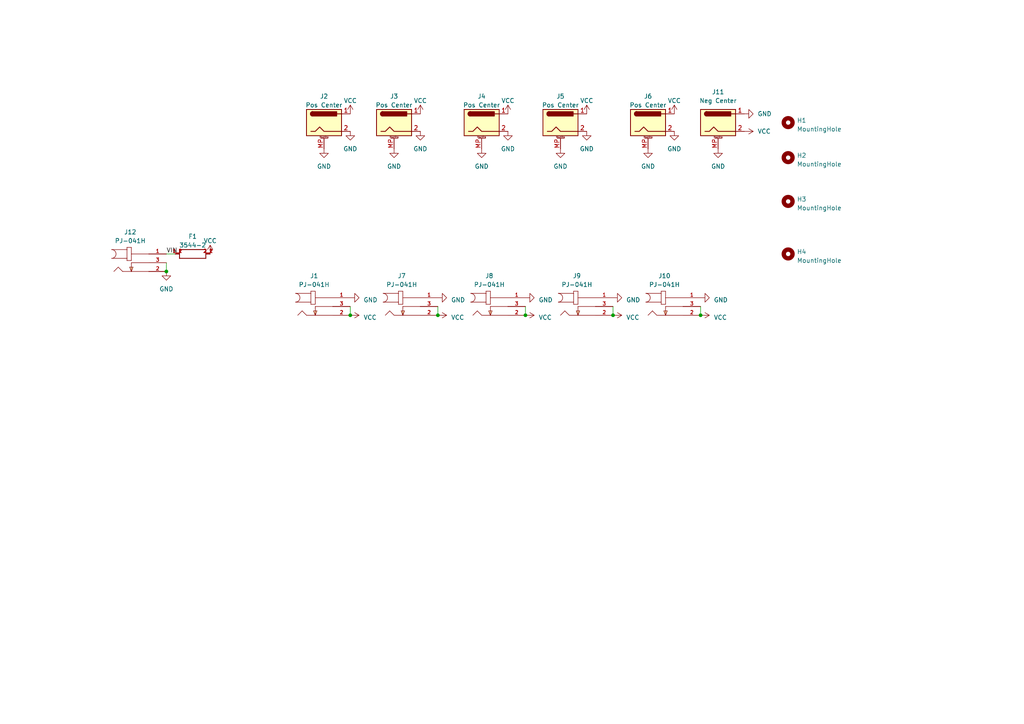
<source format=kicad_sch>
(kicad_sch (version 20230121) (generator eeschema)
  (paper "A4")
  (lib_symbols
    (symbol "Connector:Barrel_Jack_MountingPin" (pin_names hide)
      (property "Reference" "J" (at 0 5.334 0))
      (property "Value" "Barrel_Jack_MountingPin" (at 1.27 -6.35 0))
      (symbol "Barrel_Jack_MountingPin_0_1"
        (rectangle (start -5.08 3.81) (end 5.08 -3.81) (stroke (width 0.254)) (fill (type background)))
        (arc (start -3.302 3.175) (mid -3.9343 2.54) (end -3.302 1.905) (stroke (width 0.254)))
        (arc (start -3.302 3.175) (mid -3.9343 2.54) (end -3.302 1.905) (stroke (width 0.254)) (fill (type outline)))
        (polyline (pts (xy 5.08 2.54) (xy 3.81 2.54)) (stroke (width 0.254)))
        (polyline (pts (xy -3.81 -2.54) (xy -2.54 -2.54) (xy -1.27 -1.27) (xy 0 -2.54) (xy 2.54 -2.54) (xy 5.08 -2.54)) (stroke (width 0.254)))
        (rectangle (start 3.683 3.175) (end -3.302 1.905) (stroke (width 0.254)) (fill (type outline)))
      )
      (symbol "Barrel_Jack_MountingPin_1_1"
        (polyline (pts (xy -1.016 -4.572) (xy 1.016 -4.572)) (stroke (width 0.1524)))
        (text "Mounting" (at 0 -4.191 0) (effects (font (size 0.381 0.381))))
        (pin passive line (at 7.62 2.54 180) (length 2.54) (name "~") (number "1"))
        (pin passive line (at 7.62 -2.54 180) (length 2.54) (name "~") (number "2"))
        (pin passive line (at 0 -7.62 90) (length 3.048) (name "MountPin") (number "MP"))
      )
    )
    (symbol "Fuse:3544-2" (pin_names (offset 1.016) hide)
      (property "Reference" "F?" (at -3.81 2.54 0))
      (property "Value" "3544-2" (at -3.81 -2.54 0))
      (symbol "3544-2_0_0"
        (polyline (pts (xy -3.81 -1.27) (xy -3.81 1.27)) (stroke (width 0.254)))
        (polyline (pts (xy -3.81 1.27) (xy 3.81 1.27)) (stroke (width 0.254)))
        (polyline (pts (xy 3.81 -1.27) (xy -3.81 -1.27)) (stroke (width 0.254)))
        (polyline (pts (xy 3.81 1.27) (xy 3.81 -1.27)) (stroke (width 0.254)))
        (text "~" (at 0 0 0) (effects (font (size 1.27 1.27))))
      )
      (symbol "3544-2_1_0"
        (pin passive line (at -5.08 0 0) (length 1.27) (name "1") (number "1_1"))
        (pin passive line (at -5.08 0 0) (length 1.27) (name "1") (number "1_2"))
        (pin passive line (at 5.08 0 180) (length 1.27) (name "2") (number "2_1"))
        (pin passive line (at 5.08 0 180) (length 1.27) (name "2") (number "2_2"))
      )
    )
    (symbol "Mechanical:MountingHole" (pin_names (offset 1.016))
      (property "Reference" "H" (at 0 5.08 0))
      (property "Value" "MountingHole" (at 0 3.175 0))
      (symbol "MountingHole_0_1"
        (circle (center 0 0) (radius 1.27) (stroke (width 1.27)))
      )
    )
    (symbol "PJ-041H:PJ-041H" (pin_names (offset 1.016) hide)
      (property "Reference" "J" (at -2.6162 7.6708 0))
      (property "Value" "PJ-041H" (at -2.6162 -7.6708 0))
      (symbol "PJ-041H_0_0"
        (arc (start -5.715 1.27) (mid -4.4505 2.54) (end -5.715 3.81) (stroke (width 0.1524)))
        (polyline (pts (xy -5.715 3.81) (xy -1.27 3.81)) (stroke (width 0.1524)))
        (polyline (pts (xy -3.81 -1.27) (xy -5.08 -2.54)) (stroke (width 0.1524)))
        (polyline (pts (xy -2.54 -2.54) (xy -3.81 -1.27)) (stroke (width 0.1524)))
        (polyline (pts (xy -1.27 0.635) (xy 0 0.635)) (stroke (width 0.1524)))
        (polyline (pts (xy -1.27 1.27) (xy -5.715 1.27)) (stroke (width 0.1524)))
        (polyline (pts (xy -1.27 1.27) (xy -1.27 0.635)) (stroke (width 0.1524)))
        (polyline (pts (xy -1.27 3.81) (xy -1.27 1.27)) (stroke (width 0.1524)))
        (polyline (pts (xy -1.27 4.445) (xy -1.27 3.81)) (stroke (width 0.1524)))
        (polyline (pts (xy 0 -2.54) (xy -2.54 -2.54)) (stroke (width 0.1524)))
        (polyline (pts (xy 0 -2.54) (xy 5.08 -2.54)) (stroke (width 0.1524)))
        (polyline (pts (xy 0 0) (xy 0 -2.54)) (stroke (width 0.1524)))
        (polyline (pts (xy 0 0) (xy 5.08 0)) (stroke (width 0.1524)))
        (polyline (pts (xy 0 0.635) (xy 0 2.54)) (stroke (width 0.1524)))
        (polyline (pts (xy 0 2.54) (xy 0 4.445)) (stroke (width 0.1524)))
        (polyline (pts (xy 0 2.54) (xy 5.08 2.54)) (stroke (width 0.1524)))
        (polyline (pts (xy 0 4.445) (xy -1.27 4.445)) (stroke (width 0.1524)))
        (polyline (pts (xy 0 -2.54) (xy -0.508 -1.27) (xy 0.508 -1.27) (xy 0 -2.54)) (stroke (width 0.1524)) (fill (type background)))
        (pin passive line (at 10.16 2.54 180) (length 5.08) (name "~") (number "1"))
        (pin passive line (at 10.16 -2.54 180) (length 5.08) (name "~") (number "2"))
        (pin passive line (at 10.16 0 180) (length 5.08) (name "~") (number "3"))
      )
    )
    (symbol "power:GND" (power) (pin_names (offset 0))
      (property "Value" "GND" (at 0 -3.81 0))
      (symbol "GND_0_1"
        (polyline (pts (xy 0 0) (xy 0 -1.27) (xy 1.27 -1.27) (xy 0 -2.54) (xy -1.27 -1.27) (xy 0 -1.27)))
      )
      (symbol "GND_1_1"
        (pin power_in line (at 0 0 270) (length 0) hide (name "GND") (number "1"))
      )
    )
    (symbol "power:VCC" (power) (pin_names (offset 0))
      (property "Value" "VCC" (at 0 3.81 0))
      (symbol "VCC_0_1"
        (polyline (pts (xy -0.762 1.27) (xy 0 2.54)))
        (polyline (pts (xy 0 0) (xy 0 2.54)))
        (polyline (pts (xy 0 2.54) (xy 0.762 1.27)))
      )
      (symbol "VCC_1_1"
        (pin power_in line (at 0 0 90) (length 0) hide (name "VCC") (number "1"))
      )
    )
  )
  (junction (at 152.4 91.44))
  (junction (at 177.8 91.44))
  (junction (at 127 91.44))
  (junction (at 101.6 91.44))
  (junction (at 48.26 78.74))
  (junction (at 203.2 91.44))
  (wire (pts (xy 152.4 88.9) (xy 152.4 91.44)))
  (wire (pts (xy 127 88.9) (xy 127 91.44)))
  (wire (pts (xy 203.2 88.9) (xy 203.2 91.44)))
  (wire (pts (xy 48.26 76.2) (xy 48.26 78.74)))
  (wire (pts (xy 50.8 73.66) (xy 48.26 73.66)))
  (wire (pts (xy 177.8 88.9) (xy 177.8 91.44)))
  (wire (pts (xy 101.6 88.9) (xy 101.6 91.44)))
  (label "VIN" (at 48.26 73.66 0))
  (symbol (lib_id "PJ-041H:PJ-041H") (at 167.64 88.9 0) (unit 1)
    (property "Reference" "J9" (at 167.3225 80.01 0))
    (property "Value" "PJ-041H" (at 167.3225 82.55 0))
    (property "Footprint" "CUI_PJ-041H:CUI_PJ-041H" (effects hide))
    (property "PARTREV" "A" (effects hide))
    (property "STANDARD" "Manufacturer Recommendations" (effects hide))
    (property "MANUFACTURER" "CUI" (effects hide))
  )
  (symbol (lib_id "PJ-041H:PJ-041H") (at 91.44 88.9 0) (unit 1)
    (property "Reference" "J1" (at 91.1225 80.01 0))
    (property "Value" "PJ-041H" (at 91.1225 82.55 0))
    (property "Footprint" "CUI_PJ-041H:CUI_PJ-041H" (effects hide))
    (property "PARTREV" "A" (effects hide))
    (property "STANDARD" "Manufacturer Recommendations" (effects hide))
    (property "MANUFACTURER" "CUI" (effects hide))
  )
  (symbol (lib_id "power:GND") (at 195.58 38.1 0) (unit 1)
    (property "Reference" "#PWR017" (effects hide))
    (property "Value" "GND" (at 195.58 43.18 0))
  )
  (symbol (lib_id "power:GND") (at 147.32 38.1 0) (unit 1)
    (property "Reference" "#PWR011" (effects hide))
    (property "Value" "GND" (at 147.32 43.18 0))
  )
  (symbol (lib_id "power:VCC") (at 101.6 33.02 0) (unit 1)
    (property "Reference" "#PWR04" (effects hide))
    (property "Value" "VCC" (at 101.6 29.21 0))
  )
  (symbol (lib_id "power:VCC") (at 170.18 33.02 0) (unit 1)
    (property "Reference" "#PWR013" (effects hide))
    (property "Value" "VCC" (at 170.18 29.21 0))
  )
  (symbol (lib_id "power:GND") (at 208.28 43.18 0) (unit 1)
    (property "Reference" "#PWR024" (effects hide))
    (property "Value" "GND" (at 208.28 48.26 0))
  )
  (symbol (lib_id "power:VCC") (at 215.9 38.1 270) (unit 1)
    (property "Reference" "#PWR03" (effects hide))
    (property "Value" "VCC" (at 219.71 38.1 90) (effects (justify left)))
  )
  (symbol (lib_id "power:VCC") (at 127 91.44 270) (unit 1)
    (property "Reference" "#PWR023" (effects hide))
    (property "Value" "VCC" (at 130.81 92.075 90) (effects (justify left)))
  )
  (symbol (lib_id "Connector:Barrel_Jack_MountingPin") (at 162.56 35.56 0) (unit 1)
    (property "Reference" "J5" (at 162.56 27.94 0))
    (property "Value" "Pos Center" (at 162.56 30.48 0))
    (property "Footprint" "Connector_BarrelJack:BarrelJack_Horizontal" (effects hide))
  )
  (symbol (lib_id "power:GND") (at 187.96 43.18 0) (unit 1)
    (property "Reference" "#PWR018" (effects hide))
    (property "Value" "GND" (at 187.96 48.26 0))
  )
  (symbol (lib_id "power:VCC") (at 177.8 91.44 270) (unit 1)
    (property "Reference" "#PWR029" (effects hide))
    (property "Value" "VCC" (at 181.61 92.075 90) (effects (justify left)))
  )
  (symbol (lib_id "power:GND") (at 101.6 38.1 0) (unit 1)
    (property "Reference" "#PWR05" (effects hide))
    (property "Value" "GND" (at 101.6 43.18 0))
  )
  (symbol (lib_id "power:GND") (at 170.18 38.1 0) (unit 1)
    (property "Reference" "#PWR014" (effects hide))
    (property "Value" "GND" (at 170.18 43.18 0))
  )
  (symbol (lib_id "power:GND") (at 162.56 43.18 0) (unit 1)
    (property "Reference" "#PWR015" (effects hide))
    (property "Value" "GND" (at 162.56 48.26 0))
  )
  (symbol (lib_id "power:GND") (at 203.2 86.36 90) (unit 1)
    (property "Reference" "#PWR031" (effects hide))
    (property "Value" "GND" (at 207.01 86.995 90) (effects (justify right)))
  )
  (symbol (lib_id "power:VCC") (at 152.4 91.44 270) (unit 1)
    (property "Reference" "#PWR026" (effects hide))
    (property "Value" "VCC" (at 156.21 92.075 90) (effects (justify left)))
  )
  (symbol (lib_id "power:GND") (at 215.9 33.02 90) (unit 1)
    (property "Reference" "#PWR021" (effects hide))
    (property "Value" "GND" (at 219.71 33.02 90) (effects (justify right)))
  )
  (symbol (lib_id "power:GND") (at 152.4 86.36 90) (unit 1)
    (property "Reference" "#PWR025" (effects hide))
    (property "Value" "GND" (at 156.21 86.995 90) (effects (justify right)))
  )
  (symbol (lib_id "Mechanical:MountingHole") (at 228.6 35.56 0) (unit 1)
    (property "Reference" "H1" (at 231.14 34.925 0) (effects (justify left)))
    (property "Value" "MountingHole" (at 231.14 37.465 0) (effects (justify left)))
    (property "Footprint" "MountingHole:MountingHole_3.2mm_M3" (effects hide))
  )
  (symbol (lib_id "power:VCC") (at 147.32 33.02 0) (unit 1)
    (property "Reference" "#PWR010" (effects hide))
    (property "Value" "VCC" (at 147.32 29.21 0))
  )
  (symbol (lib_id "power:GND") (at 48.26 78.74 0) (unit 1)
    (property "Reference" "#PWR01" (effects hide))
    (property "Value" "GND" (at 48.26 83.82 0))
  )
  (symbol (lib_id "Mechanical:MountingHole") (at 228.6 58.42 0) (unit 1)
    (property "Reference" "H3" (at 231.14 57.785 0) (effects (justify left)))
    (property "Value" "MountingHole" (at 231.14 60.325 0) (effects (justify left)))
    (property "Footprint" "MountingHole:MountingHole_3.2mm_M3" (effects hide))
  )
  (symbol (lib_id "PJ-041H:PJ-041H") (at 142.24 88.9 0) (unit 1)
    (property "Reference" "J8" (at 141.9225 80.01 0))
    (property "Value" "PJ-041H" (at 141.9225 82.55 0))
    (property "Footprint" "CUI_PJ-041H:CUI_PJ-041H" (effects hide))
    (property "PARTREV" "A" (effects hide))
    (property "STANDARD" "Manufacturer Recommendations" (effects hide))
    (property "MANUFACTURER" "CUI" (effects hide))
  )
  (symbol (lib_id "Connector:Barrel_Jack_MountingPin") (at 114.3 35.56 0) (unit 1)
    (property "Reference" "J3" (at 114.3 27.94 0))
    (property "Value" "Pos Center" (at 114.3 30.48 0))
    (property "Footprint" "Connector_BarrelJack:BarrelJack_Horizontal" (effects hide))
  )
  (symbol (lib_id "Mechanical:MountingHole") (at 228.6 45.72 0) (unit 1)
    (property "Reference" "H2" (at 231.14 45.085 0) (effects (justify left)))
    (property "Value" "MountingHole" (at 231.14 47.625 0) (effects (justify left)))
    (property "Footprint" "MountingHole:MountingHole_3.2mm_M3" (effects hide))
  )
  (symbol (lib_id "Fuse:3544-2") (at 55.88 73.66 0) (unit 1)
    (property "Reference" "F1" (at 55.88 68.58 0))
    (property "Value" "3544-2" (at 55.88 71.12 0))
    (property "Footprint" "Fuse_3544_2:FUSE_3544-2" (effects hide))
    (property "Digi-Key_PN" "36-3544-2-ND" (effects hide))
    (property "MPN" "3544-2" (effects hide))
    (property "LCSC" "C492610" (effects hide))
  )
  (symbol (lib_id "Connector:Barrel_Jack_MountingPin") (at 208.28 35.56 0) (unit 1)
    (property "Reference" "J11" (at 208.28 26.67 0))
    (property "Value" "Neg Center" (at 208.28 29.21 0))
    (property "Footprint" "Connector_BarrelJack:BarrelJack_Horizontal" (effects hide))
  )
  (symbol (lib_id "power:VCC") (at 121.92 33.02 0) (unit 1)
    (property "Reference" "#PWR07" (effects hide))
    (property "Value" "VCC" (at 121.92 29.21 0))
  )
  (symbol (lib_id "power:VCC") (at 195.58 33.02 0) (unit 1)
    (property "Reference" "#PWR016" (effects hide))
    (property "Value" "VCC" (at 195.58 29.21 0))
  )
  (symbol (lib_id "power:GND") (at 127 86.36 90) (unit 1)
    (property "Reference" "#PWR022" (effects hide))
    (property "Value" "GND" (at 130.81 86.995 90) (effects (justify right)))
  )
  (symbol (lib_id "Connector:Barrel_Jack_MountingPin") (at 139.7 35.56 0) (unit 1)
    (property "Reference" "J4" (at 139.7 27.94 0))
    (property "Value" "Pos Center" (at 139.7 30.48 0))
    (property "Footprint" "Connector_BarrelJack:BarrelJack_Horizontal" (effects hide))
  )
  (symbol (lib_id "Connector:Barrel_Jack_MountingPin") (at 93.98 35.56 0) (unit 1)
    (property "Reference" "J2" (at 93.98 27.94 0))
    (property "Value" "Pos Center" (at 93.98 30.48 0))
    (property "Footprint" "Connector_BarrelJack:BarrelJack_Horizontal" (effects hide))
  )
  (symbol (lib_id "power:GND") (at 121.92 38.1 0) (unit 1)
    (property "Reference" "#PWR08" (effects hide))
    (property "Value" "GND" (at 121.92 43.18 0))
  )
  (symbol (lib_id "PJ-041H:PJ-041H") (at 116.84 88.9 0) (unit 1)
    (property "Reference" "J7" (at 116.5225 80.01 0))
    (property "Value" "PJ-041H" (at 116.5225 82.55 0))
    (property "Footprint" "CUI_PJ-041H:CUI_PJ-041H" (effects hide))
    (property "PARTREV" "A" (effects hide))
    (property "STANDARD" "Manufacturer Recommendations" (effects hide))
    (property "MANUFACTURER" "CUI" (effects hide))
  )
  (symbol (lib_id "power:GND") (at 101.6 86.36 90) (unit 1)
    (property "Reference" "#PWR020" (effects hide))
    (property "Value" "GND" (at 105.41 86.995 90) (effects (justify right)))
  )
  (symbol (lib_id "power:GND") (at 114.3 43.18 0) (unit 1)
    (property "Reference" "#PWR09" (effects hide))
    (property "Value" "GND" (at 114.3 48.26 0))
  )
  (symbol (lib_id "power:GND") (at 139.7 43.18 0) (unit 1)
    (property "Reference" "#PWR012" (effects hide))
    (property "Value" "GND" (at 139.7 48.26 0))
  )
  (symbol (lib_id "PJ-041H:PJ-041H") (at 193.04 88.9 0) (unit 1)
    (property "Reference" "J10" (at 192.7225 80.01 0))
    (property "Value" "PJ-041H" (at 192.7225 82.55 0))
    (property "Footprint" "CUI_PJ-041H:CUI_PJ-041H" (effects hide))
    (property "PARTREV" "A" (effects hide))
    (property "STANDARD" "Manufacturer Recommendations" (effects hide))
    (property "MANUFACTURER" "CUI" (effects hide))
  )
  (symbol (lib_id "power:VCC") (at 203.2 91.44 270) (unit 1)
    (property "Reference" "#PWR032" (effects hide))
    (property "Value" "VCC" (at 207.01 92.075 90) (effects (justify left)))
  )
  (symbol (lib_id "power:VCC") (at 60.96 73.66 0) (unit 1)
    (property "Reference" "#PWR02" (effects hide))
    (property "Value" "VCC" (at 60.96 69.85 0))
  )
  (symbol (lib_id "power:GND") (at 177.8 86.36 90) (unit 1)
    (property "Reference" "#PWR028" (effects hide))
    (property "Value" "GND" (at 181.61 86.995 90) (effects (justify right)))
  )
  (symbol (lib_id "power:VCC") (at 101.6 91.44 270) (unit 1)
    (property "Reference" "#PWR019" (effects hide))
    (property "Value" "VCC" (at 105.41 92.075 90) (effects (justify left)))
  )
  (symbol (lib_id "Connector:Barrel_Jack_MountingPin") (at 187.96 35.56 0) (unit 1)
    (property "Reference" "J6" (at 187.96 27.94 0))
    (property "Value" "Pos Center" (at 187.96 30.48 0))
    (property "Footprint" "Connector_BarrelJack:BarrelJack_Horizontal" (effects hide))
  )
  (symbol (lib_id "power:GND") (at 93.98 43.18 0) (unit 1)
    (property "Reference" "#PWR06" (effects hide))
    (property "Value" "GND" (at 93.98 48.26 0))
  )
  (symbol (lib_id "Mechanical:MountingHole") (at 228.6 73.66 0) (unit 1)
    (property "Reference" "H4" (at 231.14 73.025 0) (effects (justify left)))
    (property "Value" "MountingHole" (at 231.14 75.565 0) (effects (justify left)))
    (property "Footprint" "MountingHole:MountingHole_3.2mm_M3" (effects hide))
  )
  (symbol (lib_id "PJ-041H:PJ-041H") (at 38.1 76.2 0) (unit 1)
    (property "Reference" "J12" (at 37.7825 67.31 0))
    (property "Value" "PJ-041H" (at 37.7825 69.85 0))
    (property "Footprint" "CUI_PJ-041H:CUI_PJ-041H" (effects hide))
    (property "PARTREV" "A" (effects hide))
    (property "STANDARD" "Manufacturer Recommendations" (effects hide))
    (property "MANUFACTURER" "CUI" (effects hide))
  )
)
</source>
